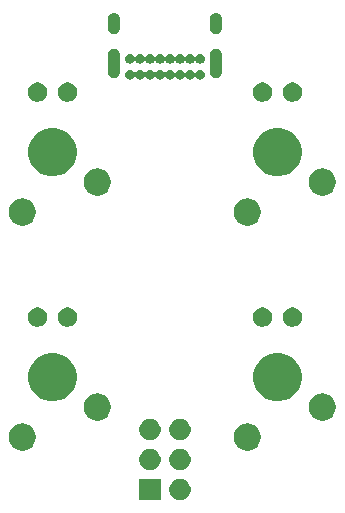
<source format=gbr>
G04 #@! TF.GenerationSoftware,KiCad,Pcbnew,5.1.5+dfsg1-2build2*
G04 #@! TF.CreationDate,2020-09-11T14:14:25+10:00*
G04 #@! TF.ProjectId,macr0,6d616372-302e-46b6-9963-61645f706362,rev?*
G04 #@! TF.SameCoordinates,Original*
G04 #@! TF.FileFunction,Soldermask,Top*
G04 #@! TF.FilePolarity,Negative*
%FSLAX46Y46*%
G04 Gerber Fmt 4.6, Leading zero omitted, Abs format (unit mm)*
G04 Created by KiCad (PCBNEW 5.1.5+dfsg1-2build2) date 2020-09-11 14:14:25*
%MOMM*%
%LPD*%
G04 APERTURE LIST*
%ADD10C,0.100000*%
G04 APERTURE END LIST*
D10*
G36*
X13448512Y-22598927D02*
G01*
X13597812Y-22628624D01*
X13761784Y-22696544D01*
X13909354Y-22795147D01*
X14034853Y-22920646D01*
X14133456Y-23068216D01*
X14201376Y-23232188D01*
X14236000Y-23406259D01*
X14236000Y-23583741D01*
X14201376Y-23757812D01*
X14133456Y-23921784D01*
X14034853Y-24069354D01*
X13909354Y-24194853D01*
X13761784Y-24293456D01*
X13597812Y-24361376D01*
X13448512Y-24391073D01*
X13423742Y-24396000D01*
X13246258Y-24396000D01*
X13221488Y-24391073D01*
X13072188Y-24361376D01*
X12908216Y-24293456D01*
X12760646Y-24194853D01*
X12635147Y-24069354D01*
X12536544Y-23921784D01*
X12468624Y-23757812D01*
X12434000Y-23583741D01*
X12434000Y-23406259D01*
X12468624Y-23232188D01*
X12536544Y-23068216D01*
X12635147Y-22920646D01*
X12760646Y-22795147D01*
X12908216Y-22696544D01*
X13072188Y-22628624D01*
X13221488Y-22598927D01*
X13246258Y-22594000D01*
X13423742Y-22594000D01*
X13448512Y-22598927D01*
G37*
G36*
X11696000Y-24396000D02*
G01*
X9894000Y-24396000D01*
X9894000Y-22594000D01*
X11696000Y-22594000D01*
X11696000Y-24396000D01*
G37*
G36*
X10908512Y-20058927D02*
G01*
X11057812Y-20088624D01*
X11221784Y-20156544D01*
X11369354Y-20255147D01*
X11494853Y-20380646D01*
X11593456Y-20528216D01*
X11661376Y-20692188D01*
X11696000Y-20866259D01*
X11696000Y-21043741D01*
X11661376Y-21217812D01*
X11593456Y-21381784D01*
X11494853Y-21529354D01*
X11369354Y-21654853D01*
X11221784Y-21753456D01*
X11057812Y-21821376D01*
X10908512Y-21851073D01*
X10883742Y-21856000D01*
X10706258Y-21856000D01*
X10681488Y-21851073D01*
X10532188Y-21821376D01*
X10368216Y-21753456D01*
X10220646Y-21654853D01*
X10095147Y-21529354D01*
X9996544Y-21381784D01*
X9928624Y-21217812D01*
X9894000Y-21043741D01*
X9894000Y-20866259D01*
X9928624Y-20692188D01*
X9996544Y-20528216D01*
X10095147Y-20380646D01*
X10220646Y-20255147D01*
X10368216Y-20156544D01*
X10532188Y-20088624D01*
X10681488Y-20058927D01*
X10706258Y-20054000D01*
X10883742Y-20054000D01*
X10908512Y-20058927D01*
G37*
G36*
X13448512Y-20058927D02*
G01*
X13597812Y-20088624D01*
X13761784Y-20156544D01*
X13909354Y-20255147D01*
X14034853Y-20380646D01*
X14133456Y-20528216D01*
X14201376Y-20692188D01*
X14236000Y-20866259D01*
X14236000Y-21043741D01*
X14201376Y-21217812D01*
X14133456Y-21381784D01*
X14034853Y-21529354D01*
X13909354Y-21654853D01*
X13761784Y-21753456D01*
X13597812Y-21821376D01*
X13448512Y-21851073D01*
X13423742Y-21856000D01*
X13246258Y-21856000D01*
X13221488Y-21851073D01*
X13072188Y-21821376D01*
X12908216Y-21753456D01*
X12760646Y-21654853D01*
X12635147Y-21529354D01*
X12536544Y-21381784D01*
X12468624Y-21217812D01*
X12434000Y-21043741D01*
X12434000Y-20866259D01*
X12468624Y-20692188D01*
X12536544Y-20528216D01*
X12635147Y-20380646D01*
X12760646Y-20255147D01*
X12908216Y-20156544D01*
X13072188Y-20088624D01*
X13221488Y-20058927D01*
X13246258Y-20054000D01*
X13423742Y-20054000D01*
X13448512Y-20058927D01*
G37*
G36*
X19274549Y-17921116D02*
G01*
X19385734Y-17943232D01*
X19595203Y-18029997D01*
X19783720Y-18155960D01*
X19944040Y-18316280D01*
X20070003Y-18504797D01*
X20156768Y-18714266D01*
X20201000Y-18936636D01*
X20201000Y-19163364D01*
X20156768Y-19385734D01*
X20070003Y-19595203D01*
X19944040Y-19783720D01*
X19783720Y-19944040D01*
X19595203Y-20070003D01*
X19385734Y-20156768D01*
X19274549Y-20178884D01*
X19163365Y-20201000D01*
X18936635Y-20201000D01*
X18825451Y-20178884D01*
X18714266Y-20156768D01*
X18504797Y-20070003D01*
X18316280Y-19944040D01*
X18155960Y-19783720D01*
X18029997Y-19595203D01*
X17943232Y-19385734D01*
X17899000Y-19163364D01*
X17899000Y-18936636D01*
X17943232Y-18714266D01*
X18029997Y-18504797D01*
X18155960Y-18316280D01*
X18316280Y-18155960D01*
X18504797Y-18029997D01*
X18714266Y-17943232D01*
X18825451Y-17921116D01*
X18936635Y-17899000D01*
X19163365Y-17899000D01*
X19274549Y-17921116D01*
G37*
G36*
X224549Y-17921116D02*
G01*
X335734Y-17943232D01*
X545203Y-18029997D01*
X733720Y-18155960D01*
X894040Y-18316280D01*
X1020003Y-18504797D01*
X1106768Y-18714266D01*
X1151000Y-18936636D01*
X1151000Y-19163364D01*
X1106768Y-19385734D01*
X1020003Y-19595203D01*
X894040Y-19783720D01*
X733720Y-19944040D01*
X545203Y-20070003D01*
X335734Y-20156768D01*
X224549Y-20178884D01*
X113365Y-20201000D01*
X-113365Y-20201000D01*
X-224549Y-20178884D01*
X-335734Y-20156768D01*
X-545203Y-20070003D01*
X-733720Y-19944040D01*
X-894040Y-19783720D01*
X-1020003Y-19595203D01*
X-1106768Y-19385734D01*
X-1151000Y-19163364D01*
X-1151000Y-18936636D01*
X-1106768Y-18714266D01*
X-1020003Y-18504797D01*
X-894040Y-18316280D01*
X-733720Y-18155960D01*
X-545203Y-18029997D01*
X-335734Y-17943232D01*
X-224549Y-17921116D01*
X-113365Y-17899000D01*
X113365Y-17899000D01*
X224549Y-17921116D01*
G37*
G36*
X13448512Y-17518927D02*
G01*
X13597812Y-17548624D01*
X13761784Y-17616544D01*
X13909354Y-17715147D01*
X14034853Y-17840646D01*
X14133456Y-17988216D01*
X14201376Y-18152188D01*
X14236000Y-18326259D01*
X14236000Y-18503741D01*
X14201376Y-18677812D01*
X14133456Y-18841784D01*
X14034853Y-18989354D01*
X13909354Y-19114853D01*
X13761784Y-19213456D01*
X13597812Y-19281376D01*
X13448512Y-19311073D01*
X13423742Y-19316000D01*
X13246258Y-19316000D01*
X13221488Y-19311073D01*
X13072188Y-19281376D01*
X12908216Y-19213456D01*
X12760646Y-19114853D01*
X12635147Y-18989354D01*
X12536544Y-18841784D01*
X12468624Y-18677812D01*
X12434000Y-18503741D01*
X12434000Y-18326259D01*
X12468624Y-18152188D01*
X12536544Y-17988216D01*
X12635147Y-17840646D01*
X12760646Y-17715147D01*
X12908216Y-17616544D01*
X13072188Y-17548624D01*
X13221488Y-17518927D01*
X13246258Y-17514000D01*
X13423742Y-17514000D01*
X13448512Y-17518927D01*
G37*
G36*
X10908512Y-17518927D02*
G01*
X11057812Y-17548624D01*
X11221784Y-17616544D01*
X11369354Y-17715147D01*
X11494853Y-17840646D01*
X11593456Y-17988216D01*
X11661376Y-18152188D01*
X11696000Y-18326259D01*
X11696000Y-18503741D01*
X11661376Y-18677812D01*
X11593456Y-18841784D01*
X11494853Y-18989354D01*
X11369354Y-19114853D01*
X11221784Y-19213456D01*
X11057812Y-19281376D01*
X10908512Y-19311073D01*
X10883742Y-19316000D01*
X10706258Y-19316000D01*
X10681488Y-19311073D01*
X10532188Y-19281376D01*
X10368216Y-19213456D01*
X10220646Y-19114853D01*
X10095147Y-18989354D01*
X9996544Y-18841784D01*
X9928624Y-18677812D01*
X9894000Y-18503741D01*
X9894000Y-18326259D01*
X9928624Y-18152188D01*
X9996544Y-17988216D01*
X10095147Y-17840646D01*
X10220646Y-17715147D01*
X10368216Y-17616544D01*
X10532188Y-17548624D01*
X10681488Y-17518927D01*
X10706258Y-17514000D01*
X10883742Y-17514000D01*
X10908512Y-17518927D01*
G37*
G36*
X25624549Y-15381116D02*
G01*
X25735734Y-15403232D01*
X25945203Y-15489997D01*
X26133720Y-15615960D01*
X26294040Y-15776280D01*
X26420003Y-15964797D01*
X26506768Y-16174266D01*
X26551000Y-16396636D01*
X26551000Y-16623364D01*
X26506768Y-16845734D01*
X26420003Y-17055203D01*
X26294040Y-17243720D01*
X26133720Y-17404040D01*
X25945203Y-17530003D01*
X25735734Y-17616768D01*
X25624549Y-17638884D01*
X25513365Y-17661000D01*
X25286635Y-17661000D01*
X25175451Y-17638884D01*
X25064266Y-17616768D01*
X24854797Y-17530003D01*
X24666280Y-17404040D01*
X24505960Y-17243720D01*
X24379997Y-17055203D01*
X24293232Y-16845734D01*
X24249000Y-16623364D01*
X24249000Y-16396636D01*
X24293232Y-16174266D01*
X24379997Y-15964797D01*
X24505960Y-15776280D01*
X24666280Y-15615960D01*
X24854797Y-15489997D01*
X25064266Y-15403232D01*
X25175451Y-15381116D01*
X25286635Y-15359000D01*
X25513365Y-15359000D01*
X25624549Y-15381116D01*
G37*
G36*
X6574549Y-15381116D02*
G01*
X6685734Y-15403232D01*
X6895203Y-15489997D01*
X7083720Y-15615960D01*
X7244040Y-15776280D01*
X7370003Y-15964797D01*
X7456768Y-16174266D01*
X7501000Y-16396636D01*
X7501000Y-16623364D01*
X7456768Y-16845734D01*
X7370003Y-17055203D01*
X7244040Y-17243720D01*
X7083720Y-17404040D01*
X6895203Y-17530003D01*
X6685734Y-17616768D01*
X6574549Y-17638884D01*
X6463365Y-17661000D01*
X6236635Y-17661000D01*
X6125451Y-17638884D01*
X6014266Y-17616768D01*
X5804797Y-17530003D01*
X5616280Y-17404040D01*
X5455960Y-17243720D01*
X5329997Y-17055203D01*
X5243232Y-16845734D01*
X5199000Y-16623364D01*
X5199000Y-16396636D01*
X5243232Y-16174266D01*
X5329997Y-15964797D01*
X5455960Y-15776280D01*
X5616280Y-15615960D01*
X5804797Y-15489997D01*
X6014266Y-15403232D01*
X6125451Y-15381116D01*
X6236635Y-15359000D01*
X6463365Y-15359000D01*
X6574549Y-15381116D01*
G37*
G36*
X22188254Y-11997818D02*
G01*
X22561511Y-12152426D01*
X22561513Y-12152427D01*
X22897436Y-12376884D01*
X23183116Y-12662564D01*
X23407574Y-12998489D01*
X23562182Y-13371746D01*
X23641000Y-13767993D01*
X23641000Y-14172007D01*
X23562182Y-14568254D01*
X23407574Y-14941511D01*
X23407573Y-14941513D01*
X23183116Y-15277436D01*
X22897436Y-15563116D01*
X22561513Y-15787573D01*
X22561512Y-15787574D01*
X22561511Y-15787574D01*
X22188254Y-15942182D01*
X21792007Y-16021000D01*
X21387993Y-16021000D01*
X20991746Y-15942182D01*
X20618489Y-15787574D01*
X20618488Y-15787574D01*
X20618487Y-15787573D01*
X20282564Y-15563116D01*
X19996884Y-15277436D01*
X19772427Y-14941513D01*
X19772426Y-14941511D01*
X19617818Y-14568254D01*
X19539000Y-14172007D01*
X19539000Y-13767993D01*
X19617818Y-13371746D01*
X19772426Y-12998489D01*
X19996884Y-12662564D01*
X20282564Y-12376884D01*
X20618487Y-12152427D01*
X20618489Y-12152426D01*
X20991746Y-11997818D01*
X21387993Y-11919000D01*
X21792007Y-11919000D01*
X22188254Y-11997818D01*
G37*
G36*
X3138254Y-11997818D02*
G01*
X3511511Y-12152426D01*
X3511513Y-12152427D01*
X3847436Y-12376884D01*
X4133116Y-12662564D01*
X4357574Y-12998489D01*
X4512182Y-13371746D01*
X4591000Y-13767993D01*
X4591000Y-14172007D01*
X4512182Y-14568254D01*
X4357574Y-14941511D01*
X4357573Y-14941513D01*
X4133116Y-15277436D01*
X3847436Y-15563116D01*
X3511513Y-15787573D01*
X3511512Y-15787574D01*
X3511511Y-15787574D01*
X3138254Y-15942182D01*
X2742007Y-16021000D01*
X2337993Y-16021000D01*
X1941746Y-15942182D01*
X1568489Y-15787574D01*
X1568488Y-15787574D01*
X1568487Y-15787573D01*
X1232564Y-15563116D01*
X946884Y-15277436D01*
X722427Y-14941513D01*
X722426Y-14941511D01*
X567818Y-14568254D01*
X489000Y-14172007D01*
X489000Y-13767993D01*
X567818Y-13371746D01*
X722426Y-12998489D01*
X946884Y-12662564D01*
X1232564Y-12376884D01*
X1568487Y-12152427D01*
X1568489Y-12152426D01*
X1941746Y-11997818D01*
X2337993Y-11919000D01*
X2742007Y-11919000D01*
X3138254Y-11997818D01*
G37*
G36*
X1507142Y-8108242D02*
G01*
X1655101Y-8169529D01*
X1788255Y-8258499D01*
X1901501Y-8371745D01*
X1990471Y-8504899D01*
X2051758Y-8652858D01*
X2083000Y-8809925D01*
X2083000Y-8970075D01*
X2051758Y-9127142D01*
X1990471Y-9275101D01*
X1901501Y-9408255D01*
X1788255Y-9521501D01*
X1655101Y-9610471D01*
X1507142Y-9671758D01*
X1350075Y-9703000D01*
X1189925Y-9703000D01*
X1032858Y-9671758D01*
X884899Y-9610471D01*
X751745Y-9521501D01*
X638499Y-9408255D01*
X549529Y-9275101D01*
X488242Y-9127142D01*
X457000Y-8970075D01*
X457000Y-8809925D01*
X488242Y-8652858D01*
X549529Y-8504899D01*
X638499Y-8371745D01*
X751745Y-8258499D01*
X884899Y-8169529D01*
X1032858Y-8108242D01*
X1189925Y-8077000D01*
X1350075Y-8077000D01*
X1507142Y-8108242D01*
G37*
G36*
X4047142Y-8108242D02*
G01*
X4195101Y-8169529D01*
X4328255Y-8258499D01*
X4441501Y-8371745D01*
X4530471Y-8504899D01*
X4591758Y-8652858D01*
X4623000Y-8809925D01*
X4623000Y-8970075D01*
X4591758Y-9127142D01*
X4530471Y-9275101D01*
X4441501Y-9408255D01*
X4328255Y-9521501D01*
X4195101Y-9610471D01*
X4047142Y-9671758D01*
X3890075Y-9703000D01*
X3729925Y-9703000D01*
X3572858Y-9671758D01*
X3424899Y-9610471D01*
X3291745Y-9521501D01*
X3178499Y-9408255D01*
X3089529Y-9275101D01*
X3028242Y-9127142D01*
X2997000Y-8970075D01*
X2997000Y-8809925D01*
X3028242Y-8652858D01*
X3089529Y-8504899D01*
X3178499Y-8371745D01*
X3291745Y-8258499D01*
X3424899Y-8169529D01*
X3572858Y-8108242D01*
X3729925Y-8077000D01*
X3890075Y-8077000D01*
X4047142Y-8108242D01*
G37*
G36*
X23097142Y-8108242D02*
G01*
X23245101Y-8169529D01*
X23378255Y-8258499D01*
X23491501Y-8371745D01*
X23580471Y-8504899D01*
X23641758Y-8652858D01*
X23673000Y-8809925D01*
X23673000Y-8970075D01*
X23641758Y-9127142D01*
X23580471Y-9275101D01*
X23491501Y-9408255D01*
X23378255Y-9521501D01*
X23245101Y-9610471D01*
X23097142Y-9671758D01*
X22940075Y-9703000D01*
X22779925Y-9703000D01*
X22622858Y-9671758D01*
X22474899Y-9610471D01*
X22341745Y-9521501D01*
X22228499Y-9408255D01*
X22139529Y-9275101D01*
X22078242Y-9127142D01*
X22047000Y-8970075D01*
X22047000Y-8809925D01*
X22078242Y-8652858D01*
X22139529Y-8504899D01*
X22228499Y-8371745D01*
X22341745Y-8258499D01*
X22474899Y-8169529D01*
X22622858Y-8108242D01*
X22779925Y-8077000D01*
X22940075Y-8077000D01*
X23097142Y-8108242D01*
G37*
G36*
X20557142Y-8108242D02*
G01*
X20705101Y-8169529D01*
X20838255Y-8258499D01*
X20951501Y-8371745D01*
X21040471Y-8504899D01*
X21101758Y-8652858D01*
X21133000Y-8809925D01*
X21133000Y-8970075D01*
X21101758Y-9127142D01*
X21040471Y-9275101D01*
X20951501Y-9408255D01*
X20838255Y-9521501D01*
X20705101Y-9610471D01*
X20557142Y-9671758D01*
X20400075Y-9703000D01*
X20239925Y-9703000D01*
X20082858Y-9671758D01*
X19934899Y-9610471D01*
X19801745Y-9521501D01*
X19688499Y-9408255D01*
X19599529Y-9275101D01*
X19538242Y-9127142D01*
X19507000Y-8970075D01*
X19507000Y-8809925D01*
X19538242Y-8652858D01*
X19599529Y-8504899D01*
X19688499Y-8371745D01*
X19801745Y-8258499D01*
X19934899Y-8169529D01*
X20082858Y-8108242D01*
X20239925Y-8077000D01*
X20400075Y-8077000D01*
X20557142Y-8108242D01*
G37*
G36*
X19274549Y1128884D02*
G01*
X19385734Y1106768D01*
X19595203Y1020003D01*
X19783720Y894040D01*
X19944040Y733720D01*
X20070003Y545203D01*
X20156768Y335734D01*
X20201000Y113364D01*
X20201000Y-113364D01*
X20156768Y-335734D01*
X20070003Y-545203D01*
X19944040Y-733720D01*
X19783720Y-894040D01*
X19595203Y-1020003D01*
X19385734Y-1106768D01*
X19274549Y-1128884D01*
X19163365Y-1151000D01*
X18936635Y-1151000D01*
X18825451Y-1128884D01*
X18714266Y-1106768D01*
X18504797Y-1020003D01*
X18316280Y-894040D01*
X18155960Y-733720D01*
X18029997Y-545203D01*
X17943232Y-335734D01*
X17899000Y-113364D01*
X17899000Y113364D01*
X17943232Y335734D01*
X18029997Y545203D01*
X18155960Y733720D01*
X18316280Y894040D01*
X18504797Y1020003D01*
X18714266Y1106768D01*
X18825451Y1128884D01*
X18936635Y1151000D01*
X19163365Y1151000D01*
X19274549Y1128884D01*
G37*
G36*
X224549Y1128884D02*
G01*
X335734Y1106768D01*
X545203Y1020003D01*
X733720Y894040D01*
X894040Y733720D01*
X1020003Y545203D01*
X1106768Y335734D01*
X1151000Y113364D01*
X1151000Y-113364D01*
X1106768Y-335734D01*
X1020003Y-545203D01*
X894040Y-733720D01*
X733720Y-894040D01*
X545203Y-1020003D01*
X335734Y-1106768D01*
X224549Y-1128884D01*
X113365Y-1151000D01*
X-113365Y-1151000D01*
X-224549Y-1128884D01*
X-335734Y-1106768D01*
X-545203Y-1020003D01*
X-733720Y-894040D01*
X-894040Y-733720D01*
X-1020003Y-545203D01*
X-1106768Y-335734D01*
X-1151000Y-113364D01*
X-1151000Y113364D01*
X-1106768Y335734D01*
X-1020003Y545203D01*
X-894040Y733720D01*
X-733720Y894040D01*
X-545203Y1020003D01*
X-335734Y1106768D01*
X-224549Y1128884D01*
X-113365Y1151000D01*
X113365Y1151000D01*
X224549Y1128884D01*
G37*
G36*
X25624549Y3668884D02*
G01*
X25735734Y3646768D01*
X25945203Y3560003D01*
X26133720Y3434040D01*
X26294040Y3273720D01*
X26420003Y3085203D01*
X26506768Y2875734D01*
X26551000Y2653364D01*
X26551000Y2426636D01*
X26506768Y2204266D01*
X26420003Y1994797D01*
X26294040Y1806280D01*
X26133720Y1645960D01*
X25945203Y1519997D01*
X25735734Y1433232D01*
X25624549Y1411116D01*
X25513365Y1389000D01*
X25286635Y1389000D01*
X25175451Y1411116D01*
X25064266Y1433232D01*
X24854797Y1519997D01*
X24666280Y1645960D01*
X24505960Y1806280D01*
X24379997Y1994797D01*
X24293232Y2204266D01*
X24249000Y2426636D01*
X24249000Y2653364D01*
X24293232Y2875734D01*
X24379997Y3085203D01*
X24505960Y3273720D01*
X24666280Y3434040D01*
X24854797Y3560003D01*
X25064266Y3646768D01*
X25175451Y3668884D01*
X25286635Y3691000D01*
X25513365Y3691000D01*
X25624549Y3668884D01*
G37*
G36*
X6574549Y3668884D02*
G01*
X6685734Y3646768D01*
X6895203Y3560003D01*
X7083720Y3434040D01*
X7244040Y3273720D01*
X7370003Y3085203D01*
X7456768Y2875734D01*
X7501000Y2653364D01*
X7501000Y2426636D01*
X7456768Y2204266D01*
X7370003Y1994797D01*
X7244040Y1806280D01*
X7083720Y1645960D01*
X6895203Y1519997D01*
X6685734Y1433232D01*
X6574549Y1411116D01*
X6463365Y1389000D01*
X6236635Y1389000D01*
X6125451Y1411116D01*
X6014266Y1433232D01*
X5804797Y1519997D01*
X5616280Y1645960D01*
X5455960Y1806280D01*
X5329997Y1994797D01*
X5243232Y2204266D01*
X5199000Y2426636D01*
X5199000Y2653364D01*
X5243232Y2875734D01*
X5329997Y3085203D01*
X5455960Y3273720D01*
X5616280Y3434040D01*
X5804797Y3560003D01*
X6014266Y3646768D01*
X6125451Y3668884D01*
X6236635Y3691000D01*
X6463365Y3691000D01*
X6574549Y3668884D01*
G37*
G36*
X3138254Y7052182D02*
G01*
X3511511Y6897574D01*
X3511513Y6897573D01*
X3847436Y6673116D01*
X4133116Y6387436D01*
X4357574Y6051511D01*
X4512182Y5678254D01*
X4591000Y5282007D01*
X4591000Y4877993D01*
X4512182Y4481746D01*
X4357574Y4108489D01*
X4357573Y4108487D01*
X4133116Y3772564D01*
X3847436Y3486884D01*
X3511513Y3262427D01*
X3511512Y3262426D01*
X3511511Y3262426D01*
X3138254Y3107818D01*
X2742007Y3029000D01*
X2337993Y3029000D01*
X1941746Y3107818D01*
X1568489Y3262426D01*
X1568488Y3262426D01*
X1568487Y3262427D01*
X1232564Y3486884D01*
X946884Y3772564D01*
X722427Y4108487D01*
X722426Y4108489D01*
X567818Y4481746D01*
X489000Y4877993D01*
X489000Y5282007D01*
X567818Y5678254D01*
X722426Y6051511D01*
X946884Y6387436D01*
X1232564Y6673116D01*
X1568487Y6897573D01*
X1568489Y6897574D01*
X1941746Y7052182D01*
X2337993Y7131000D01*
X2742007Y7131000D01*
X3138254Y7052182D01*
G37*
G36*
X22188254Y7052182D02*
G01*
X22561511Y6897574D01*
X22561513Y6897573D01*
X22897436Y6673116D01*
X23183116Y6387436D01*
X23407574Y6051511D01*
X23562182Y5678254D01*
X23641000Y5282007D01*
X23641000Y4877993D01*
X23562182Y4481746D01*
X23407574Y4108489D01*
X23407573Y4108487D01*
X23183116Y3772564D01*
X22897436Y3486884D01*
X22561513Y3262427D01*
X22561512Y3262426D01*
X22561511Y3262426D01*
X22188254Y3107818D01*
X21792007Y3029000D01*
X21387993Y3029000D01*
X20991746Y3107818D01*
X20618489Y3262426D01*
X20618488Y3262426D01*
X20618487Y3262427D01*
X20282564Y3486884D01*
X19996884Y3772564D01*
X19772427Y4108487D01*
X19772426Y4108489D01*
X19617818Y4481746D01*
X19539000Y4877993D01*
X19539000Y5282007D01*
X19617818Y5678254D01*
X19772426Y6051511D01*
X19996884Y6387436D01*
X20282564Y6673116D01*
X20618487Y6897573D01*
X20618489Y6897574D01*
X20991746Y7052182D01*
X21387993Y7131000D01*
X21792007Y7131000D01*
X22188254Y7052182D01*
G37*
G36*
X4047142Y10941758D02*
G01*
X4195101Y10880471D01*
X4328255Y10791501D01*
X4441501Y10678255D01*
X4530471Y10545101D01*
X4591758Y10397142D01*
X4623000Y10240075D01*
X4623000Y10079925D01*
X4591758Y9922858D01*
X4530471Y9774899D01*
X4441501Y9641745D01*
X4328255Y9528499D01*
X4195101Y9439529D01*
X4047142Y9378242D01*
X3890075Y9347000D01*
X3729925Y9347000D01*
X3572858Y9378242D01*
X3424899Y9439529D01*
X3291745Y9528499D01*
X3178499Y9641745D01*
X3089529Y9774899D01*
X3028242Y9922858D01*
X2997000Y10079925D01*
X2997000Y10240075D01*
X3028242Y10397142D01*
X3089529Y10545101D01*
X3178499Y10678255D01*
X3291745Y10791501D01*
X3424899Y10880471D01*
X3572858Y10941758D01*
X3729925Y10973000D01*
X3890075Y10973000D01*
X4047142Y10941758D01*
G37*
G36*
X1507142Y10941758D02*
G01*
X1655101Y10880471D01*
X1788255Y10791501D01*
X1901501Y10678255D01*
X1990471Y10545101D01*
X2051758Y10397142D01*
X2083000Y10240075D01*
X2083000Y10079925D01*
X2051758Y9922858D01*
X1990471Y9774899D01*
X1901501Y9641745D01*
X1788255Y9528499D01*
X1655101Y9439529D01*
X1507142Y9378242D01*
X1350075Y9347000D01*
X1189925Y9347000D01*
X1032858Y9378242D01*
X884899Y9439529D01*
X751745Y9528499D01*
X638499Y9641745D01*
X549529Y9774899D01*
X488242Y9922858D01*
X457000Y10079925D01*
X457000Y10240075D01*
X488242Y10397142D01*
X549529Y10545101D01*
X638499Y10678255D01*
X751745Y10791501D01*
X884899Y10880471D01*
X1032858Y10941758D01*
X1189925Y10973000D01*
X1350075Y10973000D01*
X1507142Y10941758D01*
G37*
G36*
X23097142Y10941758D02*
G01*
X23245101Y10880471D01*
X23378255Y10791501D01*
X23491501Y10678255D01*
X23580471Y10545101D01*
X23641758Y10397142D01*
X23673000Y10240075D01*
X23673000Y10079925D01*
X23641758Y9922858D01*
X23580471Y9774899D01*
X23491501Y9641745D01*
X23378255Y9528499D01*
X23245101Y9439529D01*
X23097142Y9378242D01*
X22940075Y9347000D01*
X22779925Y9347000D01*
X22622858Y9378242D01*
X22474899Y9439529D01*
X22341745Y9528499D01*
X22228499Y9641745D01*
X22139529Y9774899D01*
X22078242Y9922858D01*
X22047000Y10079925D01*
X22047000Y10240075D01*
X22078242Y10397142D01*
X22139529Y10545101D01*
X22228499Y10678255D01*
X22341745Y10791501D01*
X22474899Y10880471D01*
X22622858Y10941758D01*
X22779925Y10973000D01*
X22940075Y10973000D01*
X23097142Y10941758D01*
G37*
G36*
X20557142Y10941758D02*
G01*
X20705101Y10880471D01*
X20838255Y10791501D01*
X20951501Y10678255D01*
X21040471Y10545101D01*
X21101758Y10397142D01*
X21133000Y10240075D01*
X21133000Y10079925D01*
X21101758Y9922858D01*
X21040471Y9774899D01*
X20951501Y9641745D01*
X20838255Y9528499D01*
X20705101Y9439529D01*
X20557142Y9378242D01*
X20400075Y9347000D01*
X20239925Y9347000D01*
X20082858Y9378242D01*
X19934899Y9439529D01*
X19801745Y9528499D01*
X19688499Y9641745D01*
X19599529Y9774899D01*
X19538242Y9922858D01*
X19507000Y10079925D01*
X19507000Y10240075D01*
X19538242Y10397142D01*
X19599529Y10545101D01*
X19688499Y10678255D01*
X19801745Y10791501D01*
X19934899Y10880471D01*
X20082858Y10941758D01*
X20239925Y10973000D01*
X20400075Y10973000D01*
X20557142Y10941758D01*
G37*
G36*
X9168231Y12013795D02*
G01*
X9206967Y12006090D01*
X9237195Y11993569D01*
X9279944Y11975862D01*
X9345622Y11931977D01*
X9401478Y11876121D01*
X9411067Y11861770D01*
X9426613Y11842828D01*
X9445555Y11827283D01*
X9467165Y11815732D01*
X9490614Y11808619D01*
X9515001Y11806217D01*
X9539387Y11808619D01*
X9562836Y11815732D01*
X9584446Y11827283D01*
X9603388Y11842829D01*
X9618933Y11861770D01*
X9628522Y11876121D01*
X9684378Y11931977D01*
X9750056Y11975862D01*
X9792805Y11993569D01*
X9823033Y12006090D01*
X9861769Y12013795D01*
X9900504Y12021500D01*
X9979496Y12021500D01*
X10018231Y12013795D01*
X10056967Y12006090D01*
X10087195Y11993569D01*
X10129944Y11975862D01*
X10195622Y11931977D01*
X10251478Y11876121D01*
X10261067Y11861770D01*
X10276613Y11842828D01*
X10295555Y11827283D01*
X10317165Y11815732D01*
X10340614Y11808619D01*
X10365001Y11806217D01*
X10389387Y11808619D01*
X10412836Y11815732D01*
X10434446Y11827283D01*
X10453388Y11842829D01*
X10468933Y11861770D01*
X10478522Y11876121D01*
X10534378Y11931977D01*
X10600056Y11975862D01*
X10642805Y11993569D01*
X10673033Y12006090D01*
X10711769Y12013795D01*
X10750504Y12021500D01*
X10829496Y12021500D01*
X10868231Y12013795D01*
X10906967Y12006090D01*
X10937195Y11993569D01*
X10979944Y11975862D01*
X11045622Y11931977D01*
X11101478Y11876121D01*
X11111067Y11861770D01*
X11126613Y11842828D01*
X11145555Y11827283D01*
X11167165Y11815732D01*
X11190614Y11808619D01*
X11215001Y11806217D01*
X11239387Y11808619D01*
X11262836Y11815732D01*
X11284446Y11827283D01*
X11303388Y11842829D01*
X11318933Y11861770D01*
X11328522Y11876121D01*
X11384378Y11931977D01*
X11450056Y11975862D01*
X11492805Y11993569D01*
X11523033Y12006090D01*
X11561769Y12013795D01*
X11600504Y12021500D01*
X11679496Y12021500D01*
X11718231Y12013795D01*
X11756967Y12006090D01*
X11787195Y11993569D01*
X11829944Y11975862D01*
X11895622Y11931977D01*
X11951478Y11876121D01*
X11961067Y11861770D01*
X11976613Y11842828D01*
X11995555Y11827283D01*
X12017165Y11815732D01*
X12040614Y11808619D01*
X12065001Y11806217D01*
X12089387Y11808619D01*
X12112836Y11815732D01*
X12134446Y11827283D01*
X12153388Y11842829D01*
X12168933Y11861770D01*
X12178522Y11876121D01*
X12234378Y11931977D01*
X12300056Y11975862D01*
X12342805Y11993569D01*
X12373033Y12006090D01*
X12411769Y12013795D01*
X12450504Y12021500D01*
X12529496Y12021500D01*
X12568231Y12013795D01*
X12606967Y12006090D01*
X12637195Y11993569D01*
X12679944Y11975862D01*
X12745622Y11931977D01*
X12801478Y11876121D01*
X12811067Y11861770D01*
X12826613Y11842828D01*
X12845555Y11827283D01*
X12867165Y11815732D01*
X12890614Y11808619D01*
X12915001Y11806217D01*
X12939387Y11808619D01*
X12962836Y11815732D01*
X12984446Y11827283D01*
X13003388Y11842829D01*
X13018933Y11861770D01*
X13028522Y11876121D01*
X13084378Y11931977D01*
X13150056Y11975862D01*
X13192805Y11993569D01*
X13223033Y12006090D01*
X13261769Y12013795D01*
X13300504Y12021500D01*
X13379496Y12021500D01*
X13418231Y12013795D01*
X13456967Y12006090D01*
X13487195Y11993569D01*
X13529944Y11975862D01*
X13595622Y11931977D01*
X13651478Y11876121D01*
X13661067Y11861770D01*
X13676613Y11842828D01*
X13695555Y11827283D01*
X13717165Y11815732D01*
X13740614Y11808619D01*
X13765001Y11806217D01*
X13789387Y11808619D01*
X13812836Y11815732D01*
X13834446Y11827283D01*
X13853388Y11842829D01*
X13868933Y11861770D01*
X13878522Y11876121D01*
X13934378Y11931977D01*
X14000056Y11975862D01*
X14042805Y11993569D01*
X14073033Y12006090D01*
X14111769Y12013795D01*
X14150504Y12021500D01*
X14229496Y12021500D01*
X14268231Y12013795D01*
X14306967Y12006090D01*
X14337195Y11993569D01*
X14379944Y11975862D01*
X14445622Y11931977D01*
X14501478Y11876121D01*
X14511067Y11861770D01*
X14526613Y11842828D01*
X14545555Y11827283D01*
X14567165Y11815732D01*
X14590614Y11808619D01*
X14615001Y11806217D01*
X14639387Y11808619D01*
X14662836Y11815732D01*
X14684446Y11827283D01*
X14703388Y11842829D01*
X14718933Y11861770D01*
X14728522Y11876121D01*
X14784378Y11931977D01*
X14850056Y11975862D01*
X14892805Y11993569D01*
X14923033Y12006090D01*
X14961769Y12013795D01*
X15000504Y12021500D01*
X15079496Y12021500D01*
X15118231Y12013795D01*
X15156967Y12006090D01*
X15187195Y11993569D01*
X15229944Y11975862D01*
X15295622Y11931977D01*
X15351477Y11876122D01*
X15395362Y11810444D01*
X15413069Y11767695D01*
X15425590Y11737467D01*
X15441000Y11659995D01*
X15441000Y11581005D01*
X15425590Y11503533D01*
X15413069Y11473305D01*
X15395362Y11430556D01*
X15351477Y11364878D01*
X15295622Y11309023D01*
X15229944Y11265138D01*
X15187195Y11247431D01*
X15156967Y11234910D01*
X15118231Y11227205D01*
X15079496Y11219500D01*
X15000504Y11219500D01*
X14961769Y11227205D01*
X14923033Y11234910D01*
X14892805Y11247431D01*
X14850056Y11265138D01*
X14784378Y11309023D01*
X14728522Y11364879D01*
X14718933Y11379230D01*
X14703387Y11398172D01*
X14684445Y11413717D01*
X14662835Y11425268D01*
X14639386Y11432381D01*
X14614999Y11434783D01*
X14590613Y11432381D01*
X14567164Y11425268D01*
X14545554Y11413717D01*
X14526612Y11398171D01*
X14511067Y11379230D01*
X14501478Y11364879D01*
X14445622Y11309023D01*
X14379944Y11265138D01*
X14337195Y11247431D01*
X14306967Y11234910D01*
X14268231Y11227205D01*
X14229496Y11219500D01*
X14150504Y11219500D01*
X14111769Y11227205D01*
X14073033Y11234910D01*
X14042805Y11247431D01*
X14000056Y11265138D01*
X13934378Y11309023D01*
X13878522Y11364879D01*
X13868933Y11379230D01*
X13853387Y11398172D01*
X13834445Y11413717D01*
X13812835Y11425268D01*
X13789386Y11432381D01*
X13764999Y11434783D01*
X13740613Y11432381D01*
X13717164Y11425268D01*
X13695554Y11413717D01*
X13676612Y11398171D01*
X13661067Y11379230D01*
X13651478Y11364879D01*
X13595622Y11309023D01*
X13529944Y11265138D01*
X13487195Y11247431D01*
X13456967Y11234910D01*
X13418231Y11227205D01*
X13379496Y11219500D01*
X13300504Y11219500D01*
X13261769Y11227205D01*
X13223033Y11234910D01*
X13192805Y11247431D01*
X13150056Y11265138D01*
X13084378Y11309023D01*
X13028522Y11364879D01*
X13018933Y11379230D01*
X13003387Y11398172D01*
X12984445Y11413717D01*
X12962835Y11425268D01*
X12939386Y11432381D01*
X12914999Y11434783D01*
X12890613Y11432381D01*
X12867164Y11425268D01*
X12845554Y11413717D01*
X12826612Y11398171D01*
X12811067Y11379230D01*
X12801478Y11364879D01*
X12745622Y11309023D01*
X12679944Y11265138D01*
X12637195Y11247431D01*
X12606967Y11234910D01*
X12568231Y11227205D01*
X12529496Y11219500D01*
X12450504Y11219500D01*
X12411769Y11227205D01*
X12373033Y11234910D01*
X12342805Y11247431D01*
X12300056Y11265138D01*
X12234378Y11309023D01*
X12178522Y11364879D01*
X12168933Y11379230D01*
X12153387Y11398172D01*
X12134445Y11413717D01*
X12112835Y11425268D01*
X12089386Y11432381D01*
X12064999Y11434783D01*
X12040613Y11432381D01*
X12017164Y11425268D01*
X11995554Y11413717D01*
X11976612Y11398171D01*
X11961067Y11379230D01*
X11951478Y11364879D01*
X11895622Y11309023D01*
X11829944Y11265138D01*
X11787195Y11247431D01*
X11756967Y11234910D01*
X11718231Y11227205D01*
X11679496Y11219500D01*
X11600504Y11219500D01*
X11561769Y11227205D01*
X11523033Y11234910D01*
X11492805Y11247431D01*
X11450056Y11265138D01*
X11384378Y11309023D01*
X11328522Y11364879D01*
X11318933Y11379230D01*
X11303387Y11398172D01*
X11284445Y11413717D01*
X11262835Y11425268D01*
X11239386Y11432381D01*
X11214999Y11434783D01*
X11190613Y11432381D01*
X11167164Y11425268D01*
X11145554Y11413717D01*
X11126612Y11398171D01*
X11111067Y11379230D01*
X11101478Y11364879D01*
X11045622Y11309023D01*
X10979944Y11265138D01*
X10937195Y11247431D01*
X10906967Y11234910D01*
X10868231Y11227205D01*
X10829496Y11219500D01*
X10750504Y11219500D01*
X10711769Y11227205D01*
X10673033Y11234910D01*
X10642805Y11247431D01*
X10600056Y11265138D01*
X10534378Y11309023D01*
X10478522Y11364879D01*
X10468933Y11379230D01*
X10453387Y11398172D01*
X10434445Y11413717D01*
X10412835Y11425268D01*
X10389386Y11432381D01*
X10364999Y11434783D01*
X10340613Y11432381D01*
X10317164Y11425268D01*
X10295554Y11413717D01*
X10276612Y11398171D01*
X10261067Y11379230D01*
X10251478Y11364879D01*
X10195622Y11309023D01*
X10129944Y11265138D01*
X10087195Y11247431D01*
X10056967Y11234910D01*
X10018231Y11227205D01*
X9979496Y11219500D01*
X9900504Y11219500D01*
X9861769Y11227205D01*
X9823033Y11234910D01*
X9792805Y11247431D01*
X9750056Y11265138D01*
X9684378Y11309023D01*
X9628522Y11364879D01*
X9618933Y11379230D01*
X9603387Y11398172D01*
X9584445Y11413717D01*
X9562835Y11425268D01*
X9539386Y11432381D01*
X9514999Y11434783D01*
X9490613Y11432381D01*
X9467164Y11425268D01*
X9445554Y11413717D01*
X9426612Y11398171D01*
X9411067Y11379230D01*
X9401478Y11364879D01*
X9345622Y11309023D01*
X9279944Y11265138D01*
X9237195Y11247431D01*
X9206967Y11234910D01*
X9168231Y11227205D01*
X9129496Y11219500D01*
X9050504Y11219500D01*
X9011769Y11227205D01*
X8973033Y11234910D01*
X8942805Y11247431D01*
X8900056Y11265138D01*
X8834378Y11309023D01*
X8778523Y11364878D01*
X8734638Y11430556D01*
X8716931Y11473305D01*
X8704410Y11503533D01*
X8689000Y11581005D01*
X8689000Y11659995D01*
X8704410Y11737467D01*
X8716931Y11767695D01*
X8734638Y11810444D01*
X8778523Y11876122D01*
X8834378Y11931977D01*
X8900056Y11975862D01*
X8942805Y11993569D01*
X8973033Y12006090D01*
X9011769Y12013795D01*
X9050504Y12021500D01*
X9129496Y12021500D01*
X9168231Y12013795D01*
G37*
G36*
X16488212Y13844251D02*
G01*
X16582651Y13815603D01*
X16669687Y13769082D01*
X16745975Y13706475D01*
X16808582Y13630187D01*
X16855103Y13543152D01*
X16883751Y13448713D01*
X16891000Y13375112D01*
X16891000Y11825888D01*
X16883751Y11752287D01*
X16855103Y11657848D01*
X16808582Y11570813D01*
X16745975Y11494525D01*
X16669687Y11431918D01*
X16582652Y11385397D01*
X16488213Y11356749D01*
X16390000Y11347076D01*
X16291788Y11356749D01*
X16197349Y11385397D01*
X16110314Y11431918D01*
X16034026Y11494525D01*
X15971419Y11570813D01*
X15924898Y11657848D01*
X15896250Y11752287D01*
X15889001Y11825888D01*
X15889000Y13375111D01*
X15896249Y13448712D01*
X15924897Y13543151D01*
X15971418Y13630187D01*
X16034025Y13706475D01*
X16110313Y13769082D01*
X16197348Y13815603D01*
X16291787Y13844251D01*
X16390000Y13853924D01*
X16488212Y13844251D01*
G37*
G36*
X7838212Y13844251D02*
G01*
X7932651Y13815603D01*
X8019687Y13769082D01*
X8095975Y13706475D01*
X8158582Y13630187D01*
X8205103Y13543152D01*
X8233751Y13448713D01*
X8241000Y13375112D01*
X8241000Y11825888D01*
X8233751Y11752287D01*
X8205103Y11657848D01*
X8158582Y11570813D01*
X8095975Y11494525D01*
X8019687Y11431918D01*
X7932652Y11385397D01*
X7838213Y11356749D01*
X7740000Y11347076D01*
X7641788Y11356749D01*
X7547349Y11385397D01*
X7460314Y11431918D01*
X7384026Y11494525D01*
X7321419Y11570813D01*
X7274898Y11657848D01*
X7246250Y11752287D01*
X7239001Y11825888D01*
X7239000Y13375111D01*
X7246249Y13448712D01*
X7274897Y13543151D01*
X7321418Y13630187D01*
X7384025Y13706475D01*
X7460313Y13769082D01*
X7547348Y13815603D01*
X7641787Y13844251D01*
X7740000Y13853924D01*
X7838212Y13844251D01*
G37*
G36*
X9168231Y13363795D02*
G01*
X9206967Y13356090D01*
X9237195Y13343569D01*
X9279944Y13325862D01*
X9345622Y13281977D01*
X9401478Y13226121D01*
X9411067Y13211770D01*
X9426613Y13192828D01*
X9445555Y13177283D01*
X9467165Y13165732D01*
X9490614Y13158619D01*
X9515001Y13156217D01*
X9539387Y13158619D01*
X9562836Y13165732D01*
X9584446Y13177283D01*
X9603388Y13192829D01*
X9618933Y13211770D01*
X9628522Y13226121D01*
X9684378Y13281977D01*
X9750056Y13325862D01*
X9792805Y13343569D01*
X9823033Y13356090D01*
X9861769Y13363795D01*
X9900504Y13371500D01*
X9979496Y13371500D01*
X10018231Y13363795D01*
X10056967Y13356090D01*
X10087195Y13343569D01*
X10129944Y13325862D01*
X10195622Y13281977D01*
X10251478Y13226121D01*
X10261067Y13211770D01*
X10276613Y13192828D01*
X10295555Y13177283D01*
X10317165Y13165732D01*
X10340614Y13158619D01*
X10365001Y13156217D01*
X10389387Y13158619D01*
X10412836Y13165732D01*
X10434446Y13177283D01*
X10453388Y13192829D01*
X10468933Y13211770D01*
X10478522Y13226121D01*
X10534378Y13281977D01*
X10600056Y13325862D01*
X10642805Y13343569D01*
X10673033Y13356090D01*
X10711769Y13363795D01*
X10750504Y13371500D01*
X10829496Y13371500D01*
X10868231Y13363795D01*
X10906967Y13356090D01*
X10937195Y13343569D01*
X10979944Y13325862D01*
X11045622Y13281977D01*
X11101478Y13226121D01*
X11111067Y13211770D01*
X11126613Y13192828D01*
X11145555Y13177283D01*
X11167165Y13165732D01*
X11190614Y13158619D01*
X11215001Y13156217D01*
X11239387Y13158619D01*
X11262836Y13165732D01*
X11284446Y13177283D01*
X11303388Y13192829D01*
X11318933Y13211770D01*
X11328522Y13226121D01*
X11384378Y13281977D01*
X11450056Y13325862D01*
X11492805Y13343569D01*
X11523033Y13356090D01*
X11561769Y13363795D01*
X11600504Y13371500D01*
X11679496Y13371500D01*
X11718231Y13363795D01*
X11756967Y13356090D01*
X11787195Y13343569D01*
X11829944Y13325862D01*
X11895622Y13281977D01*
X11951478Y13226121D01*
X11961067Y13211770D01*
X11976613Y13192828D01*
X11995555Y13177283D01*
X12017165Y13165732D01*
X12040614Y13158619D01*
X12065001Y13156217D01*
X12089387Y13158619D01*
X12112836Y13165732D01*
X12134446Y13177283D01*
X12153388Y13192829D01*
X12168933Y13211770D01*
X12178522Y13226121D01*
X12234378Y13281977D01*
X12300056Y13325862D01*
X12342805Y13343569D01*
X12373033Y13356090D01*
X12411769Y13363795D01*
X12450504Y13371500D01*
X12529496Y13371500D01*
X12568231Y13363795D01*
X12606967Y13356090D01*
X12637195Y13343569D01*
X12679944Y13325862D01*
X12745622Y13281977D01*
X12801478Y13226121D01*
X12811067Y13211770D01*
X12826613Y13192828D01*
X12845555Y13177283D01*
X12867165Y13165732D01*
X12890614Y13158619D01*
X12915001Y13156217D01*
X12939387Y13158619D01*
X12962836Y13165732D01*
X12984446Y13177283D01*
X13003388Y13192829D01*
X13018933Y13211770D01*
X13028522Y13226121D01*
X13084378Y13281977D01*
X13150056Y13325862D01*
X13192805Y13343569D01*
X13223033Y13356090D01*
X13261769Y13363795D01*
X13300504Y13371500D01*
X13379496Y13371500D01*
X13418231Y13363795D01*
X13456967Y13356090D01*
X13487195Y13343569D01*
X13529944Y13325862D01*
X13595622Y13281977D01*
X13651478Y13226121D01*
X13661067Y13211770D01*
X13676613Y13192828D01*
X13695555Y13177283D01*
X13717165Y13165732D01*
X13740614Y13158619D01*
X13765001Y13156217D01*
X13789387Y13158619D01*
X13812836Y13165732D01*
X13834446Y13177283D01*
X13853388Y13192829D01*
X13868933Y13211770D01*
X13878522Y13226121D01*
X13934378Y13281977D01*
X14000056Y13325862D01*
X14042805Y13343569D01*
X14073033Y13356090D01*
X14111769Y13363795D01*
X14150504Y13371500D01*
X14229496Y13371500D01*
X14268231Y13363795D01*
X14306967Y13356090D01*
X14337195Y13343569D01*
X14379944Y13325862D01*
X14445622Y13281977D01*
X14501478Y13226121D01*
X14511067Y13211770D01*
X14526613Y13192828D01*
X14545555Y13177283D01*
X14567165Y13165732D01*
X14590614Y13158619D01*
X14615001Y13156217D01*
X14639387Y13158619D01*
X14662836Y13165732D01*
X14684446Y13177283D01*
X14703388Y13192829D01*
X14718933Y13211770D01*
X14728522Y13226121D01*
X14784378Y13281977D01*
X14850056Y13325862D01*
X14892805Y13343569D01*
X14923033Y13356090D01*
X14961769Y13363795D01*
X15000504Y13371500D01*
X15079496Y13371500D01*
X15118231Y13363795D01*
X15156967Y13356090D01*
X15187195Y13343569D01*
X15229944Y13325862D01*
X15295622Y13281977D01*
X15351477Y13226122D01*
X15395362Y13160444D01*
X15425590Y13087466D01*
X15441000Y13009996D01*
X15441000Y12931004D01*
X15425590Y12853534D01*
X15395362Y12780556D01*
X15351477Y12714878D01*
X15295622Y12659023D01*
X15229944Y12615138D01*
X15187195Y12597431D01*
X15156967Y12584910D01*
X15118231Y12577205D01*
X15079496Y12569500D01*
X15000504Y12569500D01*
X14961769Y12577205D01*
X14923033Y12584910D01*
X14892805Y12597431D01*
X14850056Y12615138D01*
X14784378Y12659023D01*
X14728522Y12714879D01*
X14718933Y12729230D01*
X14703387Y12748172D01*
X14684445Y12763717D01*
X14662835Y12775268D01*
X14639386Y12782381D01*
X14614999Y12784783D01*
X14590613Y12782381D01*
X14567164Y12775268D01*
X14545554Y12763717D01*
X14526612Y12748171D01*
X14511067Y12729230D01*
X14501478Y12714879D01*
X14445622Y12659023D01*
X14379944Y12615138D01*
X14337195Y12597431D01*
X14306967Y12584910D01*
X14268231Y12577205D01*
X14229496Y12569500D01*
X14150504Y12569500D01*
X14111769Y12577205D01*
X14073033Y12584910D01*
X14042805Y12597431D01*
X14000056Y12615138D01*
X13934378Y12659023D01*
X13878522Y12714879D01*
X13868933Y12729230D01*
X13853387Y12748172D01*
X13834445Y12763717D01*
X13812835Y12775268D01*
X13789386Y12782381D01*
X13764999Y12784783D01*
X13740613Y12782381D01*
X13717164Y12775268D01*
X13695554Y12763717D01*
X13676612Y12748171D01*
X13661067Y12729230D01*
X13651478Y12714879D01*
X13595622Y12659023D01*
X13529944Y12615138D01*
X13487195Y12597431D01*
X13456967Y12584910D01*
X13418231Y12577205D01*
X13379496Y12569500D01*
X13300504Y12569500D01*
X13261769Y12577205D01*
X13223033Y12584910D01*
X13192805Y12597431D01*
X13150056Y12615138D01*
X13084378Y12659023D01*
X13028522Y12714879D01*
X13018933Y12729230D01*
X13003387Y12748172D01*
X12984445Y12763717D01*
X12962835Y12775268D01*
X12939386Y12782381D01*
X12914999Y12784783D01*
X12890613Y12782381D01*
X12867164Y12775268D01*
X12845554Y12763717D01*
X12826612Y12748171D01*
X12811067Y12729230D01*
X12801478Y12714879D01*
X12745622Y12659023D01*
X12679944Y12615138D01*
X12637195Y12597431D01*
X12606967Y12584910D01*
X12568231Y12577205D01*
X12529496Y12569500D01*
X12450504Y12569500D01*
X12411769Y12577205D01*
X12373033Y12584910D01*
X12342805Y12597431D01*
X12300056Y12615138D01*
X12234378Y12659023D01*
X12178522Y12714879D01*
X12168933Y12729230D01*
X12153387Y12748172D01*
X12134445Y12763717D01*
X12112835Y12775268D01*
X12089386Y12782381D01*
X12064999Y12784783D01*
X12040613Y12782381D01*
X12017164Y12775268D01*
X11995554Y12763717D01*
X11976612Y12748171D01*
X11961067Y12729230D01*
X11951478Y12714879D01*
X11895622Y12659023D01*
X11829944Y12615138D01*
X11787195Y12597431D01*
X11756967Y12584910D01*
X11718231Y12577205D01*
X11679496Y12569500D01*
X11600504Y12569500D01*
X11561769Y12577205D01*
X11523033Y12584910D01*
X11492805Y12597431D01*
X11450056Y12615138D01*
X11384378Y12659023D01*
X11328522Y12714879D01*
X11318933Y12729230D01*
X11303387Y12748172D01*
X11284445Y12763717D01*
X11262835Y12775268D01*
X11239386Y12782381D01*
X11214999Y12784783D01*
X11190613Y12782381D01*
X11167164Y12775268D01*
X11145554Y12763717D01*
X11126612Y12748171D01*
X11111067Y12729230D01*
X11101478Y12714879D01*
X11045622Y12659023D01*
X10979944Y12615138D01*
X10937195Y12597431D01*
X10906967Y12584910D01*
X10868231Y12577205D01*
X10829496Y12569500D01*
X10750504Y12569500D01*
X10711769Y12577205D01*
X10673033Y12584910D01*
X10642805Y12597431D01*
X10600056Y12615138D01*
X10534378Y12659023D01*
X10478522Y12714879D01*
X10468933Y12729230D01*
X10453387Y12748172D01*
X10434445Y12763717D01*
X10412835Y12775268D01*
X10389386Y12782381D01*
X10364999Y12784783D01*
X10340613Y12782381D01*
X10317164Y12775268D01*
X10295554Y12763717D01*
X10276612Y12748171D01*
X10261067Y12729230D01*
X10251478Y12714879D01*
X10195622Y12659023D01*
X10129944Y12615138D01*
X10087195Y12597431D01*
X10056967Y12584910D01*
X10018231Y12577205D01*
X9979496Y12569500D01*
X9900504Y12569500D01*
X9861769Y12577205D01*
X9823033Y12584910D01*
X9792805Y12597431D01*
X9750056Y12615138D01*
X9684378Y12659023D01*
X9628522Y12714879D01*
X9618933Y12729230D01*
X9603387Y12748172D01*
X9584445Y12763717D01*
X9562835Y12775268D01*
X9539386Y12782381D01*
X9514999Y12784783D01*
X9490613Y12782381D01*
X9467164Y12775268D01*
X9445554Y12763717D01*
X9426612Y12748171D01*
X9411067Y12729230D01*
X9401478Y12714879D01*
X9345622Y12659023D01*
X9279944Y12615138D01*
X9237195Y12597431D01*
X9206967Y12584910D01*
X9168231Y12577205D01*
X9129496Y12569500D01*
X9050504Y12569500D01*
X9011769Y12577205D01*
X8973033Y12584910D01*
X8942805Y12597431D01*
X8900056Y12615138D01*
X8834378Y12659023D01*
X8778523Y12714878D01*
X8734638Y12780556D01*
X8704410Y12853534D01*
X8689000Y12931004D01*
X8689000Y13009996D01*
X8704410Y13087466D01*
X8734638Y13160444D01*
X8778523Y13226122D01*
X8834378Y13281977D01*
X8900056Y13325862D01*
X8942805Y13343569D01*
X8973033Y13356090D01*
X9011769Y13363795D01*
X9050504Y13371500D01*
X9129496Y13371500D01*
X9168231Y13363795D01*
G37*
G36*
X7838212Y16874251D02*
G01*
X7932651Y16845603D01*
X8019687Y16799082D01*
X8095975Y16736475D01*
X8158582Y16660187D01*
X8205103Y16573152D01*
X8233751Y16478713D01*
X8241000Y16405112D01*
X8241000Y15555888D01*
X8233751Y15482287D01*
X8205103Y15387848D01*
X8158582Y15300813D01*
X8095975Y15224525D01*
X8019687Y15161918D01*
X7932652Y15115397D01*
X7838213Y15086749D01*
X7740000Y15077076D01*
X7641788Y15086749D01*
X7547349Y15115397D01*
X7460314Y15161918D01*
X7384026Y15224525D01*
X7321419Y15300813D01*
X7274898Y15387848D01*
X7246250Y15482287D01*
X7239001Y15555888D01*
X7239000Y15555898D01*
X7239000Y16405111D01*
X7246249Y16478712D01*
X7274897Y16573151D01*
X7321418Y16660187D01*
X7384025Y16736475D01*
X7460313Y16799082D01*
X7547348Y16845603D01*
X7641787Y16874251D01*
X7740000Y16883924D01*
X7838212Y16874251D01*
G37*
G36*
X16488212Y16874251D02*
G01*
X16582651Y16845603D01*
X16669687Y16799082D01*
X16745975Y16736475D01*
X16808582Y16660187D01*
X16855103Y16573152D01*
X16883751Y16478713D01*
X16891000Y16405112D01*
X16891000Y15555888D01*
X16883751Y15482287D01*
X16855103Y15387848D01*
X16808582Y15300813D01*
X16745975Y15224525D01*
X16669687Y15161918D01*
X16582652Y15115397D01*
X16488213Y15086749D01*
X16390000Y15077076D01*
X16291788Y15086749D01*
X16197349Y15115397D01*
X16110314Y15161918D01*
X16034026Y15224525D01*
X15971419Y15300813D01*
X15924898Y15387848D01*
X15896250Y15482287D01*
X15889001Y15555888D01*
X15889000Y15555898D01*
X15889000Y16405111D01*
X15896249Y16478712D01*
X15924897Y16573151D01*
X15971418Y16660187D01*
X16034025Y16736475D01*
X16110313Y16799082D01*
X16197348Y16845603D01*
X16291787Y16874251D01*
X16390000Y16883924D01*
X16488212Y16874251D01*
G37*
M02*

</source>
